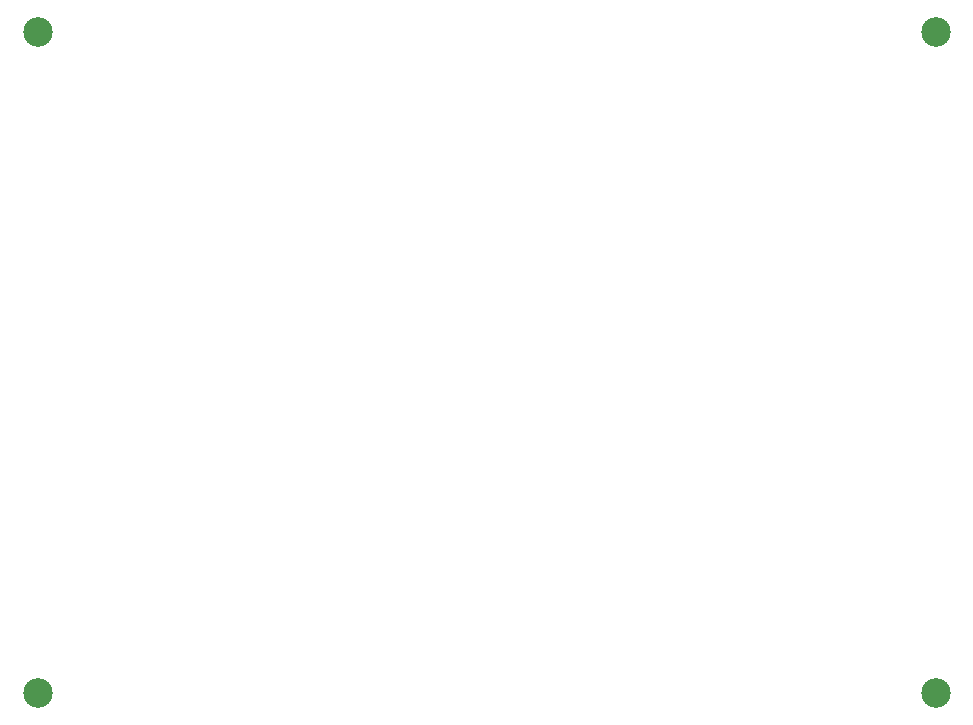
<source format=gbr>
%TF.GenerationSoftware,KiCad,Pcbnew,7.0.7*%
%TF.CreationDate,2023-09-24T18:58:44+02:00*%
%TF.ProjectId,Sek_Coil V2,53656b5f-436f-4696-9c20-56322e6b6963,rev?*%
%TF.SameCoordinates,Original*%
%TF.FileFunction,Soldermask,Bot*%
%TF.FilePolarity,Negative*%
%FSLAX46Y46*%
G04 Gerber Fmt 4.6, Leading zero omitted, Abs format (unit mm)*
G04 Created by KiCad (PCBNEW 7.0.7) date 2023-09-24 18:58:44*
%MOMM*%
%LPD*%
G01*
G04 APERTURE LIST*
%ADD10C,2.500000*%
G04 APERTURE END LIST*
D10*
%TO.C, *%
X38000000Y28000000D03*
%TD*%
%TO.C, *%
X-38000000Y28000000D03*
%TD*%
%TO.C, *%
X-38000000Y-28000000D03*
X38000000Y-28000000D03*
%TD*%
M02*

</source>
